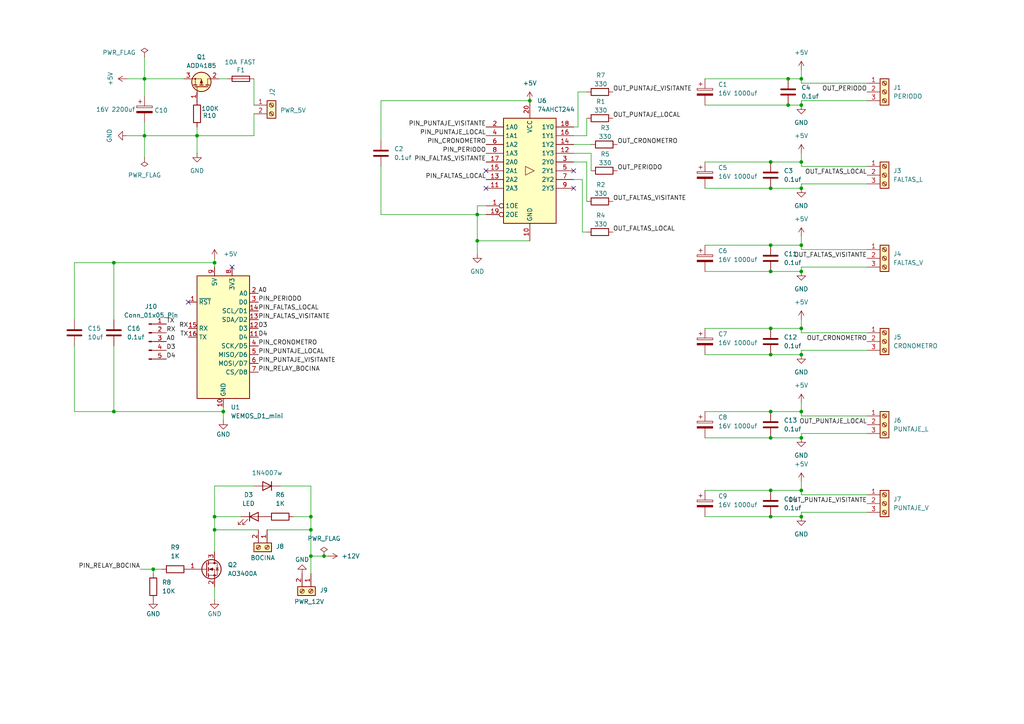
<source format=kicad_sch>
(kicad_sch (version 20250114) (generator "eeschema") (generator_version "9.0")
  (paper "A4")
  (lib_symbols
    (symbol "74xx:74AHCT244"
      (property "Reference" "U" (at -7.62 16.51 0))
      (property "Value" "74AHCT244" (at -7.62 -16.51 0))
      (symbol "74AHCT244_1_0"
        (polyline (pts (xy 1.27 0) (xy -1.27 1.27) (xy -1.27 -1.27) (xy 1.27 0)) (stroke (width 0.1524)))
        (pin input line (at -12.7 12.7 0) (length 5.08) (name "1A0") (number "2"))
        (pin input line (at -12.7 10.16 0) (length 5.08) (name "1A1") (number "4"))
        (pin input line (at -12.7 7.62 0) (length 5.08) (name "1A2") (number "6"))
        (pin input line (at -12.7 5.08 0) (length 5.08) (name "1A3") (number "8"))
        (pin input line (at -12.7 2.54 0) (length 5.08) (name "2A0") (number "17"))
        (pin input line (at -12.7 0 0) (length 5.08) (name "2A1") (number "15"))
        (pin input line (at -12.7 -2.54 0) (length 5.08) (name "2A2") (number "13"))
        (pin input line (at -12.7 -5.08 0) (length 5.08) (name "2A3") (number "11"))
        (pin input inverted (at -12.7 -10.16 0) (length 5.08) (name "1OE") (number "1"))
        (pin input inverted (at -12.7 -12.7 0) (length 5.08) (name "2OE") (number "19"))
        (pin power_in line (at 0 20.32 270) (length 5.08) (name "VCC") (number "20"))
        (pin power_in line (at 0 -20.32 90) (length 5.08) (name "GND") (number "10"))
        (pin tri_state line (at 12.7 12.7 180) (length 5.08) (name "1Y0") (number "18"))
        (pin tri_state line (at 12.7 10.16 180) (length 5.08) (name "1Y1") (number "16"))
        (pin tri_state line (at 12.7 7.62 180) (length 5.08) (name "1Y2") (number "14"))
        (pin tri_state line (at 12.7 5.08 180) (length 5.08) (name "1Y3") (number "12"))
        (pin tri_state line (at 12.7 2.54 180) (length 5.08) (name "2Y0") (number "3"))
        (pin tri_state line (at 12.7 0 180) (length 5.08) (name "2Y1") (number "5"))
        (pin tri_state line (at 12.7 -2.54 180) (length 5.08) (name "2Y2") (number "7"))
        (pin tri_state line (at 12.7 -5.08 180) (length 5.08) (name "2Y3") (number "9"))
      )
      (symbol "74AHCT244_1_1"
        (rectangle (start -7.62 15.24) (end 7.62 -15.24) (stroke (width 0.254)) (fill (type background)))
      )
    )
    (symbol "Connector:Conn_01x05_Pin" (pin_names (offset 1.016) (hide yes))
      (property "Reference" "J" (at 0 7.62 0))
      (property "Value" "Conn_01x05_Pin" (at 0 -7.62 0))
      (symbol "Conn_01x05_Pin_1_1"
        (rectangle (start 0.8636 5.207) (end 0 4.953) (stroke (width 0.1524)) (fill (type outline)))
        (rectangle (start 0.8636 2.667) (end 0 2.413) (stroke (width 0.1524)) (fill (type outline)))
        (rectangle (start 0.8636 0.127) (end 0 -0.127) (stroke (width 0.1524)) (fill (type outline)))
        (rectangle (start 0.8636 -2.413) (end 0 -2.667) (stroke (width 0.1524)) (fill (type outline)))
        (rectangle (start 0.8636 -4.953) (end 0 -5.207) (stroke (width 0.1524)) (fill (type outline)))
        (polyline (pts (xy 1.27 5.08) (xy 0.8636 5.08)) (stroke (width 0.1524)))
        (polyline (pts (xy 1.27 2.54) (xy 0.8636 2.54)) (stroke (width 0.1524)))
        (polyline (pts (xy 1.27 0) (xy 0.8636 0)) (stroke (width 0.1524)))
        (polyline (pts (xy 1.27 -2.54) (xy 0.8636 -2.54)) (stroke (width 0.1524)))
        (polyline (pts (xy 1.27 -5.08) (xy 0.8636 -5.08)) (stroke (width 0.1524)))
        (pin passive line (at 5.08 5.08 180) (length 3.81) (name "Pin_1") (number "1"))
        (pin passive line (at 5.08 2.54 180) (length 3.81) (name "Pin_2") (number "2"))
        (pin passive line (at 5.08 0 180) (length 3.81) (name "Pin_3") (number "3"))
        (pin passive line (at 5.08 -2.54 180) (length 3.81) (name "Pin_4") (number "4"))
        (pin passive line (at 5.08 -5.08 180) (length 3.81) (name "Pin_5") (number "5"))
      )
    )
    (symbol "Connector:Screw_Terminal_01x02" (pin_names (offset 1.016) (hide yes))
      (property "Reference" "J" (at 0 2.54 0))
      (property "Value" "Screw_Terminal_01x02" (at 0 -5.08 0))
      (symbol "Screw_Terminal_01x02_1_1"
        (rectangle (start -1.27 1.27) (end 1.27 -3.81) (stroke (width 0.254)) (fill (type background)))
        (polyline (pts (xy -0.5334 0.3302) (xy 0.3302 -0.508)) (stroke (width 0.1524)))
        (polyline (pts (xy -0.5334 -2.2098) (xy 0.3302 -3.048)) (stroke (width 0.1524)))
        (polyline (pts (xy -0.3556 0.508) (xy 0.508 -0.3302)) (stroke (width 0.1524)))
        (polyline (pts (xy -0.3556 -2.032) (xy 0.508 -2.8702)) (stroke (width 0.1524)))
        (circle (center 0 0) (radius 0.635) (stroke (width 0.1524)))
        (circle (center 0 -2.54) (radius 0.635) (stroke (width 0.1524)))
        (pin passive line (at -5.08 0 0) (length 3.81) (name "Pin_1") (number "1"))
        (pin passive line (at -5.08 -2.54 0) (length 3.81) (name "Pin_2") (number "2"))
      )
    )
    (symbol "Connector:Screw_Terminal_01x03" (pin_names (offset 1.016) (hide yes))
      (property "Reference" "J" (at 0 5.08 0))
      (property "Value" "Screw_Terminal_01x03" (at 0 -5.08 0))
      (symbol "Screw_Terminal_01x03_1_1"
        (rectangle (start -1.27 3.81) (end 1.27 -3.81) (stroke (width 0.254)) (fill (type background)))
        (polyline (pts (xy -0.5334 2.8702) (xy 0.3302 2.032)) (stroke (width 0.1524)))
        (polyline (pts (xy -0.5334 0.3302) (xy 0.3302 -0.508)) (stroke (width 0.1524)))
        (polyline (pts (xy -0.5334 -2.2098) (xy 0.3302 -3.048)) (stroke (width 0.1524)))
        (polyline (pts (xy -0.3556 3.048) (xy 0.508 2.2098)) (stroke (width 0.1524)))
        (polyline (pts (xy -0.3556 0.508) (xy 0.508 -0.3302)) (stroke (width 0.1524)))
        (polyline (pts (xy -0.3556 -2.032) (xy 0.508 -2.8702)) (stroke (width 0.1524)))
        (circle (center 0 2.54) (radius 0.635) (stroke (width 0.1524)))
        (circle (center 0 0) (radius 0.635) (stroke (width 0.1524)))
        (circle (center 0 -2.54) (radius 0.635) (stroke (width 0.1524)))
        (pin passive line (at -5.08 2.54 0) (length 3.81) (name "Pin_1") (number "1"))
        (pin passive line (at -5.08 0 0) (length 3.81) (name "Pin_2") (number "2"))
        (pin passive line (at -5.08 -2.54 0) (length 3.81) (name "Pin_3") (number "3"))
      )
    )
    (symbol "Device:C_Polarized" (pin_numbers (hide yes)) (pin_names (offset 0.254))
      (property "Reference" "C" (at 0.635 2.54 0))
      (property "Value" "C_Polarized" (at 0.635 -2.54 0))
      (symbol "C_Polarized_0_1"
        (rectangle (start -2.286 0.508) (end 2.286 1.016))
        (polyline (pts (xy -1.778 2.286) (xy -0.762 2.286)))
        (polyline (pts (xy -1.27 2.794) (xy -1.27 1.778)))
        (rectangle (start 2.286 -0.508) (end -2.286 -1.016) (fill (type outline)))
      )
      (symbol "C_Polarized_1_1"
        (pin passive line (at 0 3.81 270) (length 2.794) (name "~") (number "1"))
        (pin passive line (at 0 -3.81 90) (length 2.794) (name "~") (number "2"))
      )
    )
    (symbol "Device:Fuse" (pin_numbers (hide yes)) (pin_names (offset 0))
      (property "Reference" "F" (at 2.032 0 90))
      (property "Value" "Fuse" (at -1.905 0 90))
      (symbol "Fuse_0_1"
        (rectangle (start -0.762 -2.54) (end 0.762 2.54) (stroke (width 0.254)))
        (polyline (pts (xy 0 2.54) (xy 0 -2.54)))
      )
      (symbol "Fuse_1_1"
        (pin passive line (at 0 3.81 270) (length 1.27) (name "~") (number "1"))
        (pin passive line (at 0 -3.81 90) (length 1.27) (name "~") (number "2"))
      )
    )
    (symbol "Device:LED" (pin_numbers (hide yes)) (pin_names (offset 1.016) (hide yes))
      (property "Reference" "D" (at 0 2.54 0))
      (property "Value" "LED" (at 0 -2.54 0))
      (symbol "LED_0_1"
        (polyline (pts (xy -3.048 -0.762) (xy -4.572 -2.286) (xy -3.81 -2.286) (xy -4.572 -2.286) (xy -4.572 -1.524)))
        (polyline (pts (xy -1.778 -0.762) (xy -3.302 -2.286) (xy -2.54 -2.286) (xy -3.302 -2.286) (xy -3.302 -1.524)))
        (polyline (pts (xy -1.27 0) (xy 1.27 0)))
        (polyline (pts (xy -1.27 -1.27) (xy -1.27 1.27)) (stroke (width 0.254)))
        (polyline (pts (xy 1.27 -1.27) (xy 1.27 1.27) (xy -1.27 0) (xy 1.27 -1.27)) (stroke (width 0.254)))
      )
      (symbol "LED_1_1"
        (pin passive line (at -3.81 0 0) (length 2.54) (name "K") (number "1"))
        (pin passive line (at 3.81 0 180) (length 2.54) (name "A") (number "2"))
      )
    )
    (symbol "Device:R" (pin_numbers (hide yes)) (pin_names (offset 0))
      (property "Reference" "R" (at 2.032 0 90))
      (property "Value" "R" (at 0 0 90))
      (symbol "R_0_1"
        (rectangle (start -1.016 -2.54) (end 1.016 2.54) (stroke (width 0.254)))
      )
      (symbol "R_1_1"
        (pin passive line (at 0 3.81 270) (length 1.27) (name "~") (number "1"))
        (pin passive line (at 0 -3.81 90) (length 1.27) (name "~") (number "2"))
      )
    )
    (symbol "Diode:1N4007" (pin_numbers (hide yes)) (pin_names (hide yes))
      (property "Reference" "D" (at 0 2.54 0))
      (property "Value" "1N4007" (at 0 -2.54 0))
      (symbol "1N4007_0_1"
        (polyline (pts (xy -1.27 1.27) (xy -1.27 -1.27)) (stroke (width 0.254)))
        (polyline (pts (xy 1.27 1.27) (xy 1.27 -1.27) (xy -1.27 0) (xy 1.27 1.27)) (stroke (width 0.254)))
        (polyline (pts (xy 1.27 0) (xy -1.27 0)))
      )
      (symbol "1N4007_1_1"
        (pin passive line (at -3.81 0 0) (length 2.54) (name "K") (number "1"))
        (pin passive line (at 3.81 0 180) (length 2.54) (name "A") (number "2"))
      )
    )
    (symbol "PCM_Capacitor_AKL:C_0805" (pin_numbers (hide yes)) (pin_names (offset 0.254))
      (property "Reference" "C" (at 0.635 2.54 0))
      (property "Value" "C_0805" (at 0.635 -2.54 0))
      (symbol "C_0805_0_1"
        (polyline (pts (xy -2.032 0.762) (xy 2.032 0.762)) (stroke (width 0.508)))
        (polyline (pts (xy -2.032 -0.762) (xy 2.032 -0.762)) (stroke (width 0.508)))
      )
      (symbol "C_0805_0_2"
        (polyline (pts (xy -2.54 -2.54) (xy -0.381 -0.381)))
        (polyline (pts (xy -0.508 -0.508) (xy -1.651 0.635)) (stroke (width 0.508)))
        (polyline (pts (xy -0.508 -0.508) (xy 0.635 -1.651)) (stroke (width 0.508)))
        (polyline (pts (xy 0.381 0.381) (xy 2.54 2.54)))
        (polyline (pts (xy 0.508 0.508) (xy -0.635 1.651)) (stroke (width 0.508)))
        (polyline (pts (xy 0.508 0.508) (xy 1.651 -0.635)) (stroke (width 0.508)))
      )
      (symbol "C_0805_1_1"
        (pin passive line (at 0 3.81 270) (length 2.794) (name "~") (number "1"))
        (pin passive line (at 0 -3.81 90) (length 2.794) (name "~") (number "2"))
      )
      (symbol "C_0805_1_2"
        (pin passive line (at -2.54 -2.54 90) (length 0) (name "~") (number "2"))
        (pin passive line (at 2.54 2.54 270) (length 0) (name "~") (number "1"))
      )
    )
    (symbol "PCM_Transistor_MOSFET_AKL:AOD4185" (pin_names (hide yes))
      (property "Reference" "Q" (at 5.08 1.27 0))
      (property "Value" "AOD4185" (at 5.08 -1.27 0))
      (symbol "AOD4185_0_1"
        (polyline (pts (xy 0.254 1.27) (xy -2.54 1.27)))
        (polyline (pts (xy 0.254 -1.905) (xy 0.254 1.905)) (stroke (width 0.254)))
        (polyline (pts (xy 0.762 1.778) (xy 2.54 1.778)))
        (polyline (pts (xy 0.762 1.27) (xy 0.762 2.286)) (stroke (width 0.254)))
        (polyline (pts (xy 0.762 -0.508) (xy 0.762 0.508)) (stroke (width 0.254)))
        (polyline (pts (xy 0.762 -1.778) (xy 2.54 -1.778)))
        (polyline (pts (xy 0.762 -2.286) (xy 0.762 -1.27)) (stroke (width 0.254)))
        (polyline (pts (xy 2.286 0) (xy 1.27 -0.381) (xy 1.27 0.381) (xy 2.286 0)) (fill (type outline)))
        (polyline (pts (xy 2.54 2.54) (xy 2.54 0) (xy 0.762 0)))
        (polyline (pts (xy 2.54 -2.54) (xy 2.54 -1.778)))
      )
      (symbol "AOD4185_1_1"
        (circle (center 1.651 0) (radius 2.794) (stroke (width 0.254)) (fill (type background)))
        (circle (center 2.54 1.778) (radius 0.1778) (fill (type outline)))
        (pin input line (at -3.81 1.27 0) (length 2.54) (name "G") (number "1"))
        (pin passive line (at 2.54 5.08 270) (length 2.54) (name "S") (number "3"))
        (pin passive line (at 2.54 -5.08 90) (length 2.54) (name "D") (number "2"))
      )
    )
    (symbol "RF_Module:WEMOS_D1_mini"
      (property "Reference" "U" (at 3.81 19.05 0))
      (property "Value" "WEMOS_D1_mini" (at 1.27 -19.05 0))
      (symbol "WEMOS_D1_mini_1_1"
        (rectangle (start -7.62 17.78) (end 7.62 -17.78) (stroke (width 0.254)) (fill (type background)))
        (pin input line (at -10.16 10.16 0) (length 2.54) (name "~{RST}") (number "1"))
        (pin input line (at -10.16 2.54 0) (length 2.54) (name "RX") (number "15"))
        (pin output line (at -10.16 0 0) (length 2.54) (name "TX") (number "16"))
        (pin power_in line (at -2.54 20.32 270) (length 2.54) (name "5V") (number "9"))
        (pin power_in line (at 0 -20.32 90) (length 2.54) (name "GND") (number "10"))
        (pin power_out line (at 2.54 20.32 270) (length 2.54) (name "3V3") (number "8"))
        (pin input line (at 10.16 12.7 180) (length 2.54) (name "A0") (number "2"))
        (pin bidirectional line (at 10.16 10.16 180) (length 2.54) (name "D0") (number "3"))
        (pin bidirectional line (at 10.16 7.62 180) (length 2.54) (name "SCL/D1") (number "14"))
        (pin bidirectional line (at 10.16 5.08 180) (length 2.54) (name "SDA/D2") (number "13"))
        (pin bidirectional line (at 10.16 2.54 180) (length 2.54) (name "D3") (number "12"))
        (pin bidirectional line (at 10.16 0 180) (length 2.54) (name "D4") (number "11"))
        (pin bidirectional line (at 10.16 -2.54 180) (length 2.54) (name "SCK/D5") (number "4"))
        (pin bidirectional line (at 10.16 -5.08 180) (length 2.54) (name "MISO/D6") (number "5"))
        (pin bidirectional line (at 10.16 -7.62 180) (length 2.54) (name "MOSI/D7") (number "6"))
        (pin bidirectional line (at 10.16 -10.16 180) (length 2.54) (name "CS/D8") (number "7"))
      )
    )
    (symbol "Transistor_FET:AO3400A" (pin_names (offset 0) (hide yes))
      (property "Reference" "Q" (at 5.08 1.905 0))
      (property "Value" "AO3400A" (at 5.08 0 0))
      (symbol "AO3400A_0_1"
        (polyline (pts (xy 0.254 1.905) (xy 0.254 -1.905)) (stroke (width 0.254)))
        (polyline (pts (xy 0.254 0) (xy -2.54 0)))
        (polyline (pts (xy 0.762 2.286) (xy 0.762 1.27)) (stroke (width 0.254)))
        (polyline (pts (xy 0.762 0.508) (xy 0.762 -0.508)) (stroke (width 0.254)))
        (polyline (pts (xy 0.762 -1.27) (xy 0.762 -2.286)) (stroke (width 0.254)))
        (polyline (pts (xy 0.762 -1.778) (xy 3.302 -1.778) (xy 3.302 1.778) (xy 0.762 1.778)))
        (polyline (pts (xy 1.016 0) (xy 2.032 0.381) (xy 2.032 -0.381) (xy 1.016 0)) (fill (type outline)))
        (circle (center 1.651 0) (radius 2.794) (stroke (width 0.254)))
        (polyline (pts (xy 2.54 2.54) (xy 2.54 1.778)))
        (circle (center 2.54 1.778) (radius 0.254) (fill (type outline)))
        (circle (center 2.54 -1.778) (radius 0.254) (fill (type outline)))
        (polyline (pts (xy 2.54 -2.54) (xy 2.54 0) (xy 0.762 0)))
        (polyline (pts (xy 2.921 0.381) (xy 3.683 0.381)))
        (polyline (pts (xy 3.302 0.381) (xy 2.921 -0.254) (xy 3.683 -0.254) (xy 3.302 0.381)))
      )
      (symbol "AO3400A_1_1"
        (pin input line (at -5.08 0 0) (length 2.54) (name "G") (number "1"))
        (pin passive line (at 2.54 5.08 270) (length 2.54) (name "D") (number "3"))
        (pin passive line (at 2.54 -5.08 90) (length 2.54) (name "S") (number "2"))
      )
    )
    (symbol "power:+12V" (power) (pin_numbers (hide yes)) (pin_names (offset 0) (hide yes))
      (property "Value" "+12V" (at 0 3.556 0))
      (symbol "+12V_0_1"
        (polyline (pts (xy -0.762 1.27) (xy 0 2.54)))
        (polyline (pts (xy 0 2.54) (xy 0.762 1.27)))
        (polyline (pts (xy 0 0) (xy 0 2.54)))
      )
      (symbol "+12V_1_1"
        (pin power_in line (at 0 0 90) (length 0) (name "~") (number "1"))
      )
    )
    (symbol "power:+5V" (power) (pin_numbers (hide yes)) (pin_names (offset 0) (hide yes))
      (property "Value" "+5V" (at 0 3.556 0))
      (symbol "+5V_0_1"
        (polyline (pts (xy -0.762 1.27) (xy 0 2.54)))
        (polyline (pts (xy 0 2.54) (xy 0.762 1.27)))
        (polyline (pts (xy 0 0) (xy 0 2.54)))
      )
      (symbol "+5V_1_1"
        (pin power_in line (at 0 0 90) (length 0) (name "~") (number "1"))
      )
    )
    (symbol "power:GND" (power) (pin_numbers (hide yes)) (pin_names (offset 0) (hide yes))
      (property "Value" "GND" (at 0 -3.81 0))
      (symbol "GND_0_1"
        (polyline (pts (xy 0 0) (xy 0 -1.27) (xy 1.27 -1.27) (xy 0 -2.54) (xy -1.27 -1.27) (xy 0 -1.27)))
      )
      (symbol "GND_1_1"
        (pin power_in line (at 0 0 270) (length 0) (name "~") (number "1"))
      )
    )
    (symbol "power:PWR_FLAG" (power) (pin_numbers (hide yes)) (pin_names (offset 0) (hide yes))
      (property "Value" "PWR_FLAG" (at 0 3.81 0))
      (symbol "PWR_FLAG_0_0"
        (pin power_out line (at 0 0 90) (length 0) (name "~") (number "1"))
      )
      (symbol "PWR_FLAG_0_1"
        (polyline (pts (xy 0 0) (xy 0 1.27) (xy -1.016 1.905) (xy 0 2.54) (xy 1.016 1.905) (xy 0 1.27)))
      )
    )
  )
  (junction (at 223.52 54.61))
  (junction (at 90.17 161.29))
  (junction (at 41.91 22.86))
  (junction (at 90.17 153.67))
  (junction (at 223.52 142.24))
  (junction (at 223.52 149.86))
  (junction (at 41.91 39.37))
  (junction (at 223.52 78.74))
  (junction (at 232.41 102.87))
  (junction (at 232.41 119.38))
  (junction (at 223.52 46.99))
  (junction (at 232.41 149.86))
  (junction (at 64.77 119.38))
  (junction (at 90.17 149.86))
  (junction (at 223.52 127))
  (junction (at 33.02 119.38))
  (junction (at 138.43 69.85))
  (junction (at 232.41 71.12))
  (junction (at 138.43 62.23))
  (junction (at 232.41 22.86))
  (junction (at 93.98 161.29))
  (junction (at 62.23 76.2))
  (junction (at 153.67 29.21))
  (junction (at 232.41 46.99))
  (junction (at 62.23 149.86))
  (junction (at 223.52 119.38))
  (junction (at 228.6 22.86))
  (junction (at 223.52 95.25))
  (junction (at 232.41 127))
  (junction (at 223.52 71.12))
  (junction (at 33.02 76.2))
  (junction (at 44.45 165.1))
  (junction (at 232.41 142.24))
  (junction (at 232.41 54.61))
  (junction (at 62.23 153.67))
  (junction (at 232.41 30.48))
  (junction (at 232.41 78.74))
  (junction (at 228.6 30.48))
  (junction (at 232.41 95.25))
  (junction (at 57.15 39.37))
  (junction (at 223.52 102.87))
  (no_connect (at 140.97 54.61))
  (no_connect (at 140.97 49.53))
  (no_connect (at 67.31 77.47))
  (no_connect (at 166.37 49.53))
  (no_connect (at 54.61 87.63))
  (no_connect (at 166.37 54.61))
  (wire (pts (xy 62.23 173.99) (xy 62.23 170.18)))
  (wire (pts (xy 41.91 45.72) (xy 41.91 39.37)))
  (wire (pts (xy 167.64 26.67) (xy 170.18 26.67)))
  (wire (pts (xy 21.59 119.38) (xy 33.02 119.38)))
  (wire (pts (xy 204.47 142.24) (xy 223.52 142.24)))
  (wire (pts (xy 166.37 46.99) (xy 170.18 46.99)))
  (wire (pts (xy 170.18 34.29) (xy 170.18 39.37)))
  (wire (pts (xy 204.47 102.87) (xy 223.52 102.87)))
  (wire (pts (xy 21.59 92.71) (xy 21.59 76.2)))
  (wire (pts (xy 232.41 72.39) (xy 232.41 71.12)))
  (wire (pts (xy 204.47 78.74) (xy 223.52 78.74)))
  (wire (pts (xy 251.46 77.47) (xy 232.41 77.47)))
  (wire (pts (xy 85.09 149.86) (xy 90.17 149.86)))
  (wire (pts (xy 90.17 140.97) (xy 90.17 149.86)))
  (wire (pts (xy 232.41 120.65) (xy 232.41 119.38)))
  (wire (pts (xy 232.41 96.52) (xy 232.41 95.25)))
  (wire (pts (xy 251.46 120.65) (xy 232.41 120.65)))
  (wire (pts (xy 41.91 16.51) (xy 41.91 22.86)))
  (wire (pts (xy 166.37 52.07) (xy 168.91 52.07)))
  (wire (pts (xy 110.49 29.21) (xy 153.67 29.21)))
  (wire (pts (xy 73.66 33.02) (xy 73.66 39.37)))
  (wire (pts (xy 90.17 153.67) (xy 90.17 161.29)))
  (wire (pts (xy 90.17 149.86) (xy 90.17 153.67)))
  (wire (pts (xy 170.18 46.99) (xy 170.18 58.42)))
  (wire (pts (xy 81.28 140.97) (xy 90.17 140.97)))
  (wire (pts (xy 232.41 53.34) (xy 232.41 54.61)))
  (wire (pts (xy 62.23 149.86) (xy 62.23 153.67)))
  (wire (pts (xy 204.47 95.25) (xy 223.52 95.25)))
  (wire (pts (xy 166.37 44.45) (xy 171.45 44.45)))
  (wire (pts (xy 232.41 148.59) (xy 232.41 149.86)))
  (wire (pts (xy 223.52 149.86) (xy 232.41 149.86)))
  (wire (pts (xy 36.83 22.86) (xy 41.91 22.86)))
  (wire (pts (xy 21.59 76.2) (xy 33.02 76.2)))
  (wire (pts (xy 57.15 39.37) (xy 57.15 36.83)))
  (wire (pts (xy 53.34 22.86) (xy 41.91 22.86)))
  (wire (pts (xy 62.23 76.2) (xy 62.23 77.47)))
  (wire (pts (xy 44.45 165.1) (xy 46.99 165.1)))
  (wire (pts (xy 223.52 119.38) (xy 232.41 119.38)))
  (wire (pts (xy 41.91 39.37) (xy 57.15 39.37)))
  (wire (pts (xy 232.41 29.21) (xy 232.41 30.48)))
  (wire (pts (xy 138.43 59.69) (xy 138.43 62.23)))
  (wire (pts (xy 168.91 67.31) (xy 170.18 67.31)))
  (wire (pts (xy 135.89 -13.97) (xy 139.7 -13.97)))
  (wire (pts (xy 232.41 116.84) (xy 232.41 119.38)))
  (wire (pts (xy 138.43 62.23) (xy 138.43 69.85)))
  (wire (pts (xy 251.46 101.6) (xy 232.41 101.6)))
  (wire (pts (xy 90.17 161.29) (xy 90.17 166.37)))
  (wire (pts (xy 251.46 72.39) (xy 232.41 72.39)))
  (wire (pts (xy 223.52 46.99) (xy 232.41 46.99)))
  (wire (pts (xy 232.41 101.6) (xy 232.41 102.87)))
  (wire (pts (xy 44.45 166.37) (xy 44.45 165.1)))
  (wire (pts (xy 168.91 52.07) (xy 168.91 67.31)))
  (wire (pts (xy 33.02 100.33) (xy 33.02 119.38)))
  (wire (pts (xy 232.41 44.45) (xy 232.41 46.99)))
  (wire (pts (xy 204.47 71.12) (xy 223.52 71.12)))
  (wire (pts (xy 138.43 69.85) (xy 153.67 69.85)))
  (wire (pts (xy 40.64 165.1) (xy 44.45 165.1)))
  (wire (pts (xy 62.23 74.93) (xy 62.23 76.2)))
  (wire (pts (xy 57.15 44.45) (xy 57.15 39.37)))
  (wire (pts (xy 251.46 53.34) (xy 232.41 53.34)))
  (wire (pts (xy 228.6 22.86) (xy 232.41 22.86)))
  (wire (pts (xy 77.47 153.67) (xy 90.17 153.67)))
  (wire (pts (xy 204.47 119.38) (xy 223.52 119.38)))
  (wire (pts (xy 251.46 96.52) (xy 232.41 96.52)))
  (wire (pts (xy 64.77 121.92) (xy 64.77 119.38)))
  (wire (pts (xy 170.18 39.37) (xy 166.37 39.37)))
  (wire (pts (xy 232.41 24.13) (xy 232.41 22.86)))
  (wire (pts (xy 232.41 68.58) (xy 232.41 71.12)))
  (wire (pts (xy 74.93 153.67) (xy 62.23 153.67)))
  (wire (pts (xy 110.49 62.23) (xy 138.43 62.23)))
  (wire (pts (xy 204.47 22.86) (xy 228.6 22.86)))
  (wire (pts (xy 223.52 127) (xy 232.41 127)))
  (wire (pts (xy 73.66 140.97) (xy 62.23 140.97)))
  (wire (pts (xy 93.98 161.29) (xy 95.25 161.29)))
  (wire (pts (xy 204.47 149.86) (xy 223.52 149.86)))
  (wire (pts (xy 232.41 143.51) (xy 232.41 142.24)))
  (wire (pts (xy 62.23 153.67) (xy 62.23 160.02)))
  (wire (pts (xy 251.46 29.21) (xy 232.41 29.21)))
  (wire (pts (xy 251.46 143.51) (xy 232.41 143.51)))
  (wire (pts (xy 33.02 119.38) (xy 64.77 119.38)))
  (wire (pts (xy 64.77 119.38) (xy 64.77 118.11)))
  (wire (pts (xy 167.64 36.83) (xy 166.37 36.83)))
  (wire (pts (xy 73.66 22.86) (xy 73.66 30.48)))
  (wire (pts (xy 232.41 125.73) (xy 232.41 127)))
  (wire (pts (xy 63.5 22.86) (xy 66.04 22.86)))
  (wire (pts (xy 232.41 48.26) (xy 232.41 46.99)))
  (wire (pts (xy 251.46 48.26) (xy 232.41 48.26)))
  (wire (pts (xy 204.47 30.48) (xy 228.6 30.48)))
  (wire (pts (xy 166.37 41.91) (xy 171.45 41.91)))
  (wire (pts (xy 21.59 100.33) (xy 21.59 119.38)))
  (wire (pts (xy 232.41 139.7) (xy 232.41 142.24)))
  (wire (pts (xy 135.89 -24.13) (xy 135.89 -13.97)))
  (wire (pts (xy 228.6 30.48) (xy 232.41 30.48)))
  (wire (pts (xy 138.43 73.66) (xy 138.43 69.85)))
  (wire (pts (xy 223.52 71.12) (xy 232.41 71.12)))
  (wire (pts (xy 41.91 22.86) (xy 41.91 27.94)))
  (wire (pts (xy 73.66 39.37) (xy 57.15 39.37)))
  (wire (pts (xy 33.02 76.2) (xy 33.02 92.71)))
  (wire (pts (xy 110.49 40.64) (xy 110.49 29.21)))
  (wire (pts (xy 223.52 78.74) (xy 232.41 78.74)))
  (wire (pts (xy 232.41 77.47) (xy 232.41 78.74)))
  (wire (pts (xy 140.97 59.69) (xy 138.43 59.69)))
  (wire (pts (xy 251.46 125.73) (xy 232.41 125.73)))
  (wire (pts (xy 171.45 44.45) (xy 171.45 49.53)))
  (wire (pts (xy 223.52 142.24) (xy 232.41 142.24)))
  (wire (pts (xy 41.91 35.56) (xy 41.91 39.37)))
  (wire (pts (xy 62.23 149.86) (xy 69.85 149.86)))
  (wire (pts (xy 167.64 26.67) (xy 167.64 36.83)))
  (wire (pts (xy 33.02 76.2) (xy 62.23 76.2)))
  (wire (pts (xy 223.52 102.87) (xy 232.41 102.87)))
  (wire (pts (xy 110.49 48.26) (xy 110.49 62.23)))
  (wire (pts (xy 204.47 127) (xy 223.52 127)))
  (wire (pts (xy 62.23 140.97) (xy 62.23 149.86)))
  (wire (pts (xy 223.52 95.25) (xy 232.41 95.25)))
  (wire (pts (xy 251.46 24.13) (xy 232.41 24.13)))
  (wire (pts (xy 138.43 62.23) (xy 140.97 62.23)))
  (wire (pts (xy 204.47 54.61) (xy 223.52 54.61)))
  (wire (pts (xy 223.52 54.61) (xy 232.41 54.61)))
  (wire (pts (xy 232.41 92.71) (xy 232.41 95.25)))
  (wire (pts (xy 251.46 148.59) (xy 232.41 148.59)))
  (wire (pts (xy 36.83 39.37) (xy 41.91 39.37)))
  (wire (pts (xy 204.47 46.99) (xy 223.52 46.99)))
  (wire (pts (xy 90.17 161.29) (xy 93.98 161.29)))
  (wire (pts (xy 232.41 20.32) (xy 232.41 22.86)))
  (label "OUT_FALTAS_LOCAL" (at 177.8 67.31 0))
  (label "PIN_PUNTAJE_VISITANTE" (at 140.97 36.83 180))
  (label "PIN_PUNTAJE_LOCAL" (at 140.97 39.37 180))
  (label "PIN_PERIODO" (at 74.93 87.63 0))
  (label "RX" (at 54.61 95.25 180))
  (label "PIN_FALTAS_LOCAL" (at 74.93 90.17 0))
  (label "OUT_CRONOMETRO" (at 251.46 99.06 180))
  (label "OUT_FALTAS_LOCAL" (at 251.46 50.8 180))
  (label "A0" (at 48.26 99.06 0))
  (label "D4" (at 48.26 104.14 0))
  (label "OUT_PUNTAJE_VISITANTE" (at 177.8 26.67 0))
  (label "D3" (at 48.26 101.6 0))
  (label "PIN_PUNTAJE_LOCAL" (at 74.93 102.87 0))
  (label "PIN_CRONOMETRO" (at 140.97 41.91 180))
  (label "D4" (at 74.93 97.79 0))
  (label "OUT_CRONOMETRO" (at 179.07 41.91 0))
  (label "OUT_PERIODO" (at 179.07 49.53 0))
  (label "RX" (at 48.26 96.52 0))
  (label "PIN_PUNTAJE_VISITANTE" (at 74.93 105.41 0))
  (label "PIN_FALTAS_VISITANTE" (at 140.97 46.99 180))
  (label "PIN_RELAY_BOCINA" (at 40.64 165.1 180))
  (label "OUT_PUNTAJE_LOCAL" (at 177.8 34.29 0))
  (label "OUT_PUNTAJE_VISITANTE" (at 251.46 146.05 180))
  (label "OUT_PERIODO" (at 251.46 26.67 180))
  (label "OUT_FALTAS_VISITANTE" (at 251.46 74.93 180))
  (label "PIN_CRONOMETRO" (at 74.93 100.33 0))
  (label "PIN_FALTAS_VISITANTE" (at 74.93 92.71 0))
  (label "TX" (at 48.26 93.98 0))
  (label "A0" (at 74.93 85.09 0))
  (label "PIN_PERIODO" (at 140.97 44.45 180))
  (label "OUT_PUNTAJE_LOCAL" (at 251.46 123.19 180))
  (label "OUT_FALTAS_VISITANTE" (at 177.8 58.42 0))
  (label "TX" (at 54.61 97.79 180))
  (label "PIN_RELAY_BOCINA" (at 74.93 107.95 0))
  (label "D3" (at 74.93 95.25 0))
  (label "PIN_FALTAS_LOCAL" (at 140.97 52.07 180))
  (symbol (lib_id "Device:R") (at 57.15 33.02 180) (unit 1)
    (property "Reference" "R10" (at 62.738 33.528 0) (effects (justify left)))
    (property "Value" "100K" (at 63.5 31.496 0) (effects (justify left)))
    (property "Footprint" "Resistor_SMD:R_1206_3216Metric_Pad1.30x1.75mm_HandSolder" (effects (hide yes)))
    (property "Description" "Resistor" (effects (hide yes)))
  )
  (symbol (lib_id "Connector:Conn_01x05_Pin") (at 43.18 99.06 0) (unit 1)
    (property "Reference" "J10" (at 43.815 88.9 0))
    (property "Value" "Conn_01x05_Pin" (at 43.815 91.44 0))
    (property "Footprint" "Connector_PinHeader_2.54mm:PinHeader_1x05_P2.54mm_Vertical" (effects (hide yes)))
    (property "Description" "Generic connector, single row, 01x05, script generated" (effects (hide yes)))
  )
  (symbol (lib_id "PCM_Capacitor_AKL:C_0805") (at 228.6 26.67 0) (unit 1)
    (property "Reference" "C4" (at 232.41 25.3999 0) (effects (justify left)))
    (property "Value" "0.1uf" (at 232.41 27.9399 0) (effects (justify left)))
    (property "Footprint" "PCM_Capacitor_SMD_AKL:C_0805_2012Metric" (effects (hide yes)))
    (property "Description" "SMD 0805 MLCC capacitor, Alternate KiCad Library" (effects (hide yes)))
  )
  (symbol (lib_id "power:+5V") (at 36.83 22.86 90) (unit 1)
    (property "Reference" "#PWR05" (effects (hide yes)))
    (property "Value" "+5V" (at 32.004 22.86 0))
    (property "Description" "Power symbol creates a global label with name \"+5V\"" (effects (hide yes)))
  )
  (symbol (lib_id "Device:C_Polarized") (at 204.47 74.93 0) (unit 1)
    (property "Reference" "C6" (at 208.28 72.7709 0) (effects (justify left)))
    (property "Value" "16V 1000uf" (at 208.28 75.3109 0) (effects (justify left)))
    (property "Footprint" "Capacitor_THT:CP_Radial_D10.0mm_P5.00mm" (effects (hide yes)))
    (property "Description" "Polarized capacitor" (effects (hide yes)))
  )
  (symbol (lib_id "PCM_Transistor_MOSFET_AKL:AOD4185") (at 58.42 25.4 90) (unit 1)
    (property "Reference" "Q1" (at 58.42 16.51 90))
    (property "Value" "AOD4185" (at 58.42 19.05 90))
    (property "Footprint" "PCM_Package_TO_SOT_SMD_AKL:TO-252-2" (effects (hide yes)))
    (property "Datasheet" "https://www.tme.eu/Document/66f494f6438834b8b6a04efb6919c94b/AOD4185-DTE.pdf" (effects (hide yes)))
    (property "Description" "TO-252 P-MOSFET enchancement mode transistor, 40V, 40A, 62.5W, Alternate KiCAD Library" (effects (hide yes)))
  )
  (symbol (lib_id "Device:LED") (at 73.66 149.86 0) (unit 1)
    (property "Reference" "D3" (at 72.0725 143.51 0))
    (property "Value" "LED" (at 72.0725 146.05 0))
    (property "Footprint" "LED_SMD:LED_0805_2012Metric_Pad1.15x1.40mm_HandSolder" (effects (hide yes)))
    (property "Description" "Light emitting diode" (effects (hide yes)))
    (property "Sim.Pins" "1=K 2=A" (effects (hide yes)))
  )
  (symbol (lib_id "Connector:Screw_Terminal_01x02") (at 90.17 171.45 270) (unit 1)
    (property "Reference" "J9" (at 92.71 171.196 90) (effects (justify left)))
    (property "Value" "PWR_12V" (at 85.344 174.498 90) (effects (justify left)))
    (property "Footprint" "TerminalBlock:TerminalBlock_Altech_AK300-2_P5.00mm" (effects (hide yes)))
    (property "Description" "Generic screw terminal, single row, 01x02, script generated (kicad-library-utils/schlib/autogen/connector/)" (effects (hide yes)))
  )
  (symbol (lib_id "power:GND") (at 64.77 121.92 0) (unit 1)
    (property "Reference" "#PWR010" (effects (hide yes)))
    (property "Value" "GND" (at 62.738 125.984 0) (effects (justify left)))
    (property "Description" "Power symbol creates a global label with name \"GND\" , ground" (effects (hide yes)))
  )
  (symbol (lib_id "PCM_Capacitor_AKL:C_0805") (at 223.52 50.8 0) (unit 1)
    (property "Reference" "C3" (at 227.33 49.5299 0) (effects (justify left)))
    (property "Value" "0.1uf" (at 227.33 52.0699 0) (effects (justify left)))
    (property "Footprint" "PCM_Capacitor_SMD_AKL:C_0805_2012Metric" (effects (hide yes)))
    (property "Description" "SMD 0805 MLCC capacitor, Alternate KiCad Library" (effects (hide yes)))
  )
  (symbol (lib_id "power:+5V") (at 232.41 68.58 0) (unit 1)
    (property "Reference" "#PWR013" (effects (hide yes)))
    (property "Value" "+5V" (at 232.41 63.5 0))
    (property "Description" "Power symbol creates a global label with name \"+5V\"" (effects (hide yes)))
  )
  (symbol (lib_id "power:+5V") (at 232.41 139.7 0) (unit 1)
    (property "Reference" "#PWR019" (effects (hide yes)))
    (property "Value" "+5V" (at 232.41 134.62 0))
    (property "Description" "Power symbol creates a global label with name \"+5V\"" (effects (hide yes)))
  )
  (symbol (lib_id "PCM_Capacitor_AKL:C_0805") (at 223.52 74.93 0) (unit 1)
    (property "Reference" "C11" (at 227.33 73.6599 0) (effects (justify left)))
    (property "Value" "0.1uf" (at 227.33 76.1999 0) (effects (justify left)))
    (property "Footprint" "PCM_Capacitor_SMD_AKL:C_0805_2012Metric" (effects (hide yes)))
    (property "Description" "SMD 0805 MLCC capacitor, Alternate KiCad Library" (effects (hide yes)))
  )
  (symbol (lib_id "power:GND") (at 138.43 73.66 0) (unit 1)
    (property "Reference" "#PWR022" (effects (hide yes)))
    (property "Value" "GND" (at 138.43 78.74 0))
    (property "Description" "Power symbol creates a global label with name \"GND\" , ground" (effects (hide yes)))
  )
  (symbol (lib_id "power:+5V") (at 153.67 29.21 0) (unit 1)
    (property "Reference" "#PWR025" (effects (hide yes)))
    (property "Value" "+5V" (at 153.67 24.13 0))
    (property "Description" "Power symbol creates a global label with name \"+5V\"" (effects (hide yes)))
  )
  (symbol (lib_id "power:GND") (at 232.41 30.48 0) (unit 1)
    (property "Reference" "#PWR08" (effects (hide yes)))
    (property "Value" "GND" (at 232.41 35.56 0))
    (property "Description" "Power symbol creates a global label with name \"GND\" , ground" (effects (hide yes)))
  )
  (symbol (lib_id "Diode:1N4007") (at 77.47 140.97 180) (unit 1)
    (property "Reference" "D2" (effects (hide yes)))
    (property "Value" "1N4007w" (at 77.47 137.16 0))
    (property "Footprint" "Diode_SMD:D_SOD-123" (effects (hide yes)))
    (property "Datasheet" "http://www.vishay.com/docs/88503/1n4001.pdf" (effects (hide yes)))
    (property "Description" "1000V 1A General Purpose Rectifier Diode, DO-41" (effects (hide yes)))
    (property "Sim.Device" "D" (effects (hide yes)))
    (property "Sim.Pins" "1=K 2=A" (effects (hide yes)))
  )
  (symbol (lib_id "Device:Fuse") (at 69.85 22.86 90) (unit 1)
    (property "Reference" "F1" (at 71.12 20.32 90) (effects (justify left)))
    (property "Value" "10A FAST" (at 74.168 18.034 90) (effects (justify left)))
    (property "Footprint" "Fuse:Fuse_0603_1608Metric_Pad1.05x0.95mm_HandSolder" (effects (hide yes)))
    (property "Description" "Fuse" (effects (hide yes)))
  )
  (symbol (lib_id "Connector:Screw_Terminal_01x03") (at 256.54 26.67 0) (unit 1)
    (property "Reference" "J1" (at 259.08 25.3999 0) (effects (justify left)))
    (property "Value" "PERIODO" (at 259.08 27.9399 0) (effects (justify left)))
    (property "Footprint" "TerminalBlock:TerminalBlock_Altech_AK300-3_P5.00mm" (effects (hide yes)))
    (property "Description" "Generic screw terminal, single row, 01x03, script generated (kicad-library-utils/schlib/autogen/connector/)" (effects (hide yes)))
  )
  (symbol (lib_id "PCM_Capacitor_AKL:C_0805") (at 223.52 99.06 0) (unit 1)
    (property "Reference" "C12" (at 227.33 97.7899 0) (effects (justify left)))
    (property "Value" "0.1uf" (at 227.33 100.3299 0) (effects (justify left)))
    (property "Footprint" "PCM_Capacitor_SMD_AKL:C_0805_2012Metric" (effects (hide yes)))
    (property "Description" "SMD 0805 MLCC capacitor, Alternate KiCad Library" (effects (hide yes)))
  )
  (symbol (lib_id "Device:C_Polarized") (at 204.47 123.19 0) (unit 1)
    (property "Reference" "C8" (at 208.28 121.0309 0) (effects (justify left)))
    (property "Value" "16V 1000uf" (at 208.28 123.5709 0) (effects (justify left)))
    (property "Footprint" "Capacitor_THT:CP_Radial_D10.0mm_P5.00mm" (effects (hide yes)))
    (property "Description" "Polarized capacitor" (effects (hide yes)))
  )
  (symbol (lib_id "Device:R") (at 175.26 49.53 90) (unit 1)
    (property "Reference" "R5" (at 175.514 44.704 90))
    (property "Value" "330" (at 175.514 47.244 90))
    (property "Footprint" "Resistor_SMD:R_1206_3216Metric_Pad1.30x1.75mm_HandSolder" (effects (hide yes)))
    (property "Description" "Resistor" (effects (hide yes)))
  )
  (symbol (lib_id "Device:C_Polarized") (at 204.47 50.8 0) (unit 1)
    (property "Reference" "C5" (at 208.28 48.6409 0) (effects (justify left)))
    (property "Value" "16V 1000uf" (at 208.28 51.1809 0) (effects (justify left)))
    (property "Footprint" "Capacitor_THT:CP_Radial_D10.0mm_P5.00mm" (effects (hide yes)))
    (property "Description" "Polarized capacitor" (effects (hide yes)))
  )
  (symbol (lib_id "power:GND") (at 36.83 39.37 270) (unit 1)
    (property "Reference" "#PWR06" (effects (hide yes)))
    (property "Value" "GND" (at 31.75 39.37 0))
    (property "Description" "Power symbol creates a global label with name \"GND\" , ground" (effects (hide yes)))
  )
  (symbol (lib_id "power:GND") (at 232.41 149.86 0) (unit 1)
    (property "Reference" "#PWR020" (effects (hide yes)))
    (property "Value" "GND" (at 232.41 154.94 0))
    (property "Description" "Power symbol creates a global label with name \"GND\" , ground" (effects (hide yes)))
  )
  (symbol (lib_id "power:+12V") (at 95.25 161.29 270) (unit 1)
    (property "Reference" "#PWR04" (effects (hide yes)))
    (property "Value" "+12V" (at 99.06 161.2899 90) (effects (justify left)))
    (property "Description" "Power symbol creates a global label with name \"+12V\"" (effects (hide yes)))
  )
  (symbol (lib_id "power:GND") (at 232.41 54.61 0) (unit 1)
    (property "Reference" "#PWR012" (effects (hide yes)))
    (property "Value" "GND" (at 232.41 59.69 0))
    (property "Description" "Power symbol creates a global label with name \"GND\" , ground" (effects (hide yes)))
  )
  (symbol (lib_id "Device:R") (at 50.8 165.1 270) (unit 1)
    (property "Reference" "R9" (at 50.8 158.75 90))
    (property "Value" "1K" (at 50.8 161.29 90))
    (property "Footprint" "Resistor_SMD:R_1206_3216Metric_Pad1.30x1.75mm_HandSolder" (effects (hide yes)))
    (property "Description" "Resistor" (effects (hide yes)))
  )
  (symbol (lib_id "Connector:Screw_Terminal_01x02") (at 77.47 158.75 270) (unit 1)
    (property "Reference" "J8" (at 80.01 158.496 90) (effects (justify left)))
    (property "Value" "BOCINA" (at 72.644 161.798 90) (effects (justify left)))
    (property "Footprint" "TerminalBlock:TerminalBlock_Altech_AK300-2_P5.00mm" (effects (hide yes)))
    (property "Description" "Generic screw terminal, single row, 01x02, script generated (kicad-library-utils/schlib/autogen/connector/)" (effects (hide yes)))
  )
  (symbol (lib_id "power:GND") (at 57.15 44.45 0) (unit 1)
    (property "Reference" "#PWR024" (effects (hide yes)))
    (property "Value" "GND" (at 57.15 49.53 0))
    (property "Description" "Power symbol creates a global label with name \"GND\" , ground" (effects (hide yes)))
  )
  (symbol (lib_id "power:+5V") (at 232.41 92.71 0) (unit 1)
    (property "Reference" "#PWR015" (effects (hide yes)))
    (property "Value" "+5V" (at 232.41 87.63 0))
    (property "Description" "Power symbol creates a global label with name \"+5V\"" (effects (hide yes)))
  )
  (symbol (lib_id "Device:R") (at 173.99 58.42 90) (unit 1)
    (property "Reference" "R2" (at 174.244 53.594 90))
    (property "Value" "330" (at 174.244 56.134 90))
    (property "Footprint" "Resistor_SMD:R_1206_3216Metric_Pad1.30x1.75mm_HandSolder" (effects (hide yes)))
    (property "Description" "Resistor" (effects (hide yes)))
  )
  (symbol (lib_id "Device:R") (at 173.99 67.31 90) (unit 1)
    (property "Reference" "R4" (at 174.244 62.484 90))
    (property "Value" "330" (at 174.244 65.024 90))
    (property "Footprint" "Resistor_SMD:R_1206_3216Metric_Pad1.30x1.75mm_HandSolder" (effects (hide yes)))
    (property "Description" "Resistor" (effects (hide yes)))
  )
  (symbol (lib_id "PCM_Capacitor_AKL:C_0805") (at 110.49 44.45 0) (unit 1)
    (property "Reference" "C2" (at 114.3 43.1799 0) (effects (justify left)))
    (property "Value" "0.1uf" (at 114.3 45.7199 0) (effects (justify left)))
    (property "Footprint" "PCM_Capacitor_SMD_AKL:C_0805_2012Metric" (effects (hide yes)))
    (property "Description" "SMD 0805 MLCC capacitor, Alternate KiCad Library" (effects (hide yes)))
  )
  (symbol (lib_id "Device:C_Polarized") (at 204.47 146.05 0) (unit 1)
    (property "Reference" "C9" (at 208.28 143.8909 0) (effects (justify left)))
    (property "Value" "16V 1000uf" (at 208.28 146.4309 0) (effects (justify left)))
    (property "Footprint" "Capacitor_THT:CP_Radial_D10.0mm_P5.00mm" (effects (hide yes)))
    (property "Description" "Polarized capacitor" (effects (hide yes)))
  )
  (symbol (lib_id "Connector:Screw_Terminal_01x03") (at 256.54 74.93 0) (unit 1)
    (property "Reference" "J4" (at 259.08 73.6599 0) (effects (justify left)))
    (property "Value" "FALTAS_V" (at 259.08 76.1999 0) (effects (justify left)))
    (property "Footprint" "TerminalBlock:TerminalBlock_Altech_AK300-3_P5.00mm" (effects (hide yes)))
    (property "Description" "Generic screw terminal, single row, 01x03, script generated (kicad-library-utils/schlib/autogen/connector/)" (effects (hide yes)))
  )
  (symbol (lib_id "RF_Module:WEMOS_D1_mini") (at 64.77 97.79 0) (unit 1)
    (property "Reference" "U1" (at 66.9133 118.11 0) (effects (justify left)))
    (property "Value" "WEMOS_D1_mini" (at 66.9133 120.65 0) (effects (justify left)))
    (property "Footprint" "RF_Module:WEMOS_D1_mini_light" (effects (hide yes)))
    (property "Datasheet" "https://wiki.wemos.cc/products:d1:d1_mini#documentation" (effects (hide yes)))
    (property "Description" "32-bit microcontroller module with WiFi" (effects (hide yes)))
  )
  (symbol (lib_id "power:+5V") (at 232.41 116.84 0) (unit 1)
    (property "Reference" "#PWR017" (effects (hide yes)))
    (property "Value" "+5V" (at 232.41 111.76 0))
    (property "Description" "Power symbol creates a global label with name \"+5V\"" (effects (hide yes)))
  )
  (symbol (lib_id "PCM_Capacitor_AKL:C_0805") (at 223.52 146.05 0) (unit 1)
    (property "Reference" "C14" (at 227.33 144.7799 0) (effects (justify left)))
    (property "Value" "0.1uf" (at 227.33 147.3199 0) (effects (justify left)))
    (property "Footprint" "PCM_Capacitor_SMD_AKL:C_0805_2012Metric" (effects (hide yes)))
    (property "Description" "SMD 0805 MLCC capacitor, Alternate KiCad Library" (effects (hide yes)))
  )
  (symbol (lib_id "PCM_Capacitor_AKL:C_0805") (at 223.52 123.19 0) (unit 1)
    (property "Reference" "C13" (at 227.33 121.9199 0) (effects (justify left)))
    (property "Value" "0.1uf" (at 227.33 124.4599 0) (effects (justify left)))
    (property "Footprint" "PCM_Capacitor_SMD_AKL:C_0805_2012Metric" (effects (hide yes)))
    (property "Description" "SMD 0805 MLCC capacitor, Alternate KiCad Library" (effects (hide yes)))
  )
  (symbol (lib_id "Device:C_Polarized") (at 204.47 99.06 0) (unit 1)
    (property "Reference" "C7" (at 208.28 96.9009 0) (effects (justify left)))
    (property "Value" "16V 1000uf" (at 208.28 99.4409 0) (effects (justify left)))
    (property "Footprint" "Capacitor_THT:CP_Radial_D10.0mm_P5.00mm" (effects (hide yes)))
    (property "Description" "Polarized capacitor" (effects (hide yes)))
  )
  (symbol (lib_id "power:GND") (at 87.63 166.37 180) (unit 1)
    (property "Reference" "#PWR01" (effects (hide yes)))
    (property "Value" "GND" (at 89.662 162.306 0) (effects (justify left)))
    (property "Description" "Power symbol creates a global label with name \"GND\" , ground" (effects (hide yes)))
  )
  (symbol (lib_id "power:PWR_FLAG") (at 41.91 45.72 180) (unit 1)
    (property "Reference" "#FLG01" (effects (hide yes)))
    (property "Value" "PWR_FLAG" (at 41.91 50.8 0))
    (property "Description" "Special symbol for telling ERC where power comes from" (effects (hide yes)))
  )
  (symbol (lib_id "Device:R") (at 173.99 34.29 90) (unit 1)
    (property "Reference" "R1" (at 174.244 29.464 90))
    (property "Value" "330" (at 174.244 32.004 90))
    (property "Footprint" "Resistor_SMD:R_1206_3216Metric_Pad1.30x1.75mm_HandSolder" (effects (hide yes)))
    (property "Description" "Resistor" (effects (hide yes)))
  )
  (symbol (lib_id "Device:R") (at 175.26 41.91 90) (unit 1)
    (property "Reference" "R3" (at 175.514 37.084 90))
    (property "Value" "330" (at 175.514 39.624 90))
    (property "Footprint" "Resistor_SMD:R_1206_3216Metric_Pad1.30x1.75mm_HandSolder" (effects (hide yes)))
    (property "Description" "Resistor" (effects (hide yes)))
  )
  (symbol (lib_id "power:GND") (at 232.41 102.87 0) (unit 1)
    (property "Reference" "#PWR016" (effects (hide yes)))
    (property "Value" "GND" (at 232.41 107.95 0))
    (property "Description" "Power symbol creates a global label with name \"GND\" , ground" (effects (hide yes)))
  )
  (symbol (lib_id "PCM_Capacitor_AKL:C_0805") (at 33.02 96.52 0) (unit 1)
    (property "Reference" "C16" (at 36.83 95.2499 0) (effects (justify left)))
    (property "Value" "0.1uf" (at 36.83 97.7899 0) (effects (justify left)))
    (property "Footprint" "PCM_Capacitor_SMD_AKL:C_0805_2012Metric" (effects (hide yes)))
    (property "Description" "SMD 0805 MLCC capacitor, Alternate KiCad Library" (effects (hide yes)))
  )
  (symbol (lib_id "74xx:74AHCT244") (at 153.67 49.53 0) (unit 1)
    (property "Reference" "U6" (at 155.8133 29.21 0) (effects (justify left)))
    (property "Value" "74AHCT244" (at 155.8133 31.75 0) (effects (justify left)))
    (property "Footprint" "Package_SO:SO-20_12.8x7.5mm_P1.27mm" (effects (hide yes)))
    (property "Datasheet" "https://assets.nexperia.com/documents/data-sheet/74AHC_AHCT244.pdf" (effects (hide yes)))
    (property "Description" "8-bit Buffer/Line Driver 3-state" (effects (hide yes)))
  )
  (symbol (lib_id "power:PWR_FLAG") (at 41.91 16.51 0) (unit 1)
    (property "Reference" "#FLG02" (effects (hide yes)))
    (property "Value" "PWR_FLAG" (at 39.37 15.2401 0) (effects (justify right)))
    (property "Description" "Special symbol for telling ERC where power comes from" (effects (hide yes)))
  )
  (symbol (lib_id "power:PWR_FLAG") (at 93.98 161.29 0) (unit 1)
    (property "Reference" "#FLG03" (effects (hide yes)))
    (property "Value" "PWR_FLAG" (at 93.98 156.21 0))
    (property "Description" "Special symbol for telling ERC where power comes from" (effects (hide yes)))
  )
  (symbol (lib_id "Device:C_Polarized") (at 204.47 26.67 0) (unit 1)
    (property "Reference" "C1" (at 208.28 24.5109 0) (effects (justify left)))
    (property "Value" "16V 1000uf" (at 208.28 27.0509 0) (effects (justify left)))
    (property "Footprint" "Capacitor_THT:CP_Radial_D10.0mm_P5.00mm" (effects (hide yes)))
    (property "Description" "Polarized capacitor" (effects (hide yes)))
  )
  (symbol (lib_id "power:+5V") (at 62.23 74.93 0) (unit 1)
    (property "Reference" "#PWR03" (effects (hide yes)))
    (property "Value" "+5V" (at 64.77 73.6599 0) (effects (justify left)))
    (property "Description" "Power symbol creates a global label with name \"+5V\"" (effects (hide yes)))
  )
  (symbol (lib_id "Connector:Screw_Terminal_01x03") (at 256.54 50.8 0) (unit 1)
    (property "Reference" "J3" (at 259.08 49.5299 0) (effects (justify left)))
    (property "Value" "FALTAS_L" (at 259.08 52.0699 0) (effects (justify left)))
    (property "Footprint" "TerminalBlock:TerminalBlock_Altech_AK300-3_P5.00mm" (effects (hide yes)))
    (property "Description" "Generic screw terminal, single row, 01x03, script generated (kicad-library-utils/schlib/autogen/connector/)" (effects (hide yes)))
  )
  (symbol (lib_id "power:GND") (at 232.41 78.74 0) (unit 1)
    (property "Reference" "#PWR014" (effects (hide yes)))
    (property "Value" "GND" (at 232.41 83.82 0))
    (property "Description" "Power symbol creates a global label with name \"GND\" , ground" (effects (hide yes)))
  )
  (symbol (lib_id "Device:R") (at 44.45 170.18 0) (unit 1)
    (property "Reference" "R8" (at 46.99 168.9099 0) (effects (justify left)))
    (property "Value" "10K" (at 46.99 171.4499 0) (effects (justify left)))
    (property "Footprint" "Resistor_SMD:R_1206_3216Metric_Pad1.30x1.75mm_HandSolder" (effects (hide yes)))
    (property "Description" "Resistor" (effects (hide yes)))
  )
  (symbol (lib_id "power:GND") (at 44.45 173.99 0) (unit 1)
    (property "Reference" "#PWR021" (effects (hide yes)))
    (property "Value" "GND" (at 42.418 178.054 0) (effects (justify left)))
    (property "Description" "Power symbol creates a global label with name \"GND\" , ground" (effects (hide yes)))
  )
  (symbol (lib_id "PCM_Capacitor_AKL:C_0805") (at 21.59 96.52 0) (unit 1)
    (property "Reference" "C15" (at 25.4 95.2499 0) (effects (justify left)))
    (property "Value" "10uf" (at 25.4 97.7899 0) (effects (justify left)))
    (property "Footprint" "PCM_Capacitor_SMD_AKL:C_0805_2012Metric" (effects (hide yes)))
    (property "Description" "SMD 0805 MLCC capacitor, Alternate KiCad Library" (effects (hide yes)))
  )
  (symbol (lib_id "Connector:Screw_Terminal_01x03") (at 256.54 146.05 0) (unit 1)
    (property "Reference" "J7" (at 259.08 144.7799 0) (effects (justify left)))
    (property "Value" "PUNTAJE_V" (at 259.08 147.3199 0) (effects (justify left)))
    (property "Footprint" "TerminalBlock:TerminalBlock_Altech_AK300-3_P5.00mm" (effects (hide yes)))
    (property "Description" "Generic screw terminal, single row, 01x03, script generated (kicad-library-utils/schlib/autogen/connector/)" (effects (hide yes)))
  )
  (symbol (lib_id "power:+5V") (at 232.41 20.32 0) (unit 1)
    (property "Reference" "#PWR07" (effects (hide yes)))
    (property "Value" "+5V" (at 232.41 15.24 0))
    (property "Description" "Power symbol creates a global label with name \"+5V\"" (effects (hide yes)))
  )
  (symbol (lib_id "Connector:Screw_Terminal_01x03") (at 256.54 99.06 0) (unit 1)
    (property "Reference" "J5" (at 259.08 97.7899 0) (effects (justify left)))
    (property "Value" "CRONOMETRO" (at 259.08 100.3299 0) (effects (justify left)))
    (property "Footprint" "TerminalBlock:TerminalBlock_Altech_AK300-3_P5.00mm" (effects (hide yes)))
    (property "Description" "Generic screw terminal, single row, 01x03, script generated (kicad-library-utils/schlib/autogen/connector/)" (effects (hide yes)))
  )
  (symbol (lib_id "Device:C_Polarized") (at 41.91 31.75 0) (unit 1)
    (property "Reference" "C10" (at 46.736 32.004 0))
    (property "Value" "16V 2200uf" (at 33.528 31.75 0))
    (property "Footprint" "Capacitor_THT:CP_Radial_D10.0mm_P5.00mm" (effects (hide yes)))
    (property "Description" "Polarized capacitor" (effects (hide yes)))
  )
  (symbol (lib_id "power:GND") (at 232.41 127 0) (unit 1)
    (property "Reference" "#PWR018" (effects (hide yes)))
    (property "Value" "GND" (at 232.41 132.08 0))
    (property "Description" "Power symbol creates a global label with name \"GND\" , ground" (effects (hide yes)))
  )
  (symbol (lib_id "Device:R") (at 81.28 149.86 270) (unit 1)
    (property "Reference" "R6" (at 81.28 143.51 90))
    (property "Value" "1K" (at 81.28 146.05 90))
    (property "Footprint" "Resistor_SMD:R_1206_3216Metric_Pad1.30x1.75mm_HandSolder" (effects (hide yes)))
    (property "Description" "Resistor" (effects (hide yes)))
  )
  (symbol (lib_id "Device:R") (at 173.99 26.67 90) (unit 1)
    (property "Reference" "R7" (at 174.244 21.844 90))
    (property "Value" "330" (at 174.244 24.384 90))
    (property "Footprint" "Resistor_SMD:R_1206_3216Metric_Pad1.30x1.75mm_HandSolder" (effects (hide yes)))
    (property "Description" "Resistor" (effects (hide yes)))
  )
  (symbol (lib_id "Connector:Screw_Terminal_01x02") (at 78.74 30.48 0) (unit 1)
    (property "Reference" "J2" (at 78.994 27.94 90) (effects (justify left)))
    (property "Value" "PWR_5V" (at 81.28 32.004 0) (effects (justify left)))
    (property "Footprint" "TerminalBlock:TerminalBlock_Altech_AK300-2_P5.00mm" (effects (hide yes)))
    (property "Description" "Generic screw terminal, single row, 01x02, script generated (kicad-library-utils/schlib/autogen/connector/)" (effects (hide yes)))
  )
  (symbol (lib_id "Connector:Screw_Terminal_01x03") (at 256.54 123.19 0) (unit 1)
    (property "Reference" "J6" (at 259.08 121.9199 0) (effects (justify left)))
    (property "Value" "PUNTAJE_L" (at 259.08 124.4599 0) (effects (justify left)))
    (property "Footprint" "TerminalBlock:TerminalBlock_Altech_AK300-3_P5.00mm" (effects (hide yes)))
    (property "Description" "Generic screw terminal, single row, 01x03, script generated (kicad-library-utils/schlib/autogen/connector/)" (effects (hide yes)))
  )
  (symbol (lib_id "power:+5V") (at 232.41 44.45 0) (unit 1)
    (property "Reference" "#PWR011" (effects (hide yes)))
    (property "Value" "+5V" (at 232.41 39.37 0))
    (property "Description" "Power symbol creates a global label with name \"+5V\"" (effects (hide yes)))
  )
  (symbol (lib_id "power:GND") (at 62.23 173.99 0) (unit 1)
    (property "Reference" "#PWR023" (effects (hide yes)))
    (property "Value" "GND" (at 60.198 178.054 0) (effects (justify left)))
    (property "Description" "Power symbol creates a global label with name \"GND\" , ground" (effects (hide yes)))
  )
  (symbol (lib_id "Transistor_FET:AO3400A") (at 59.69 165.1 0) (unit 1)
    (property "Reference" "Q2" (at 66.04 163.8299 0) (effects (justify left)))
    (property "Value" "AO3400A" (at 66.04 166.3699 0) (effects (justify left)))
    (property "Footprint" "Package_TO_SOT_SMD:SOT-23" (effects (hide yes)))
    (property "Datasheet" "http://www.aosmd.com/pdfs/datasheet/AO3400A.pdf" (effects (hide yes)))
    (property "Description" "30V Vds, 5.7A Id, N-Channel MOSFET, SOT-23" (effects (hide yes)))
  )
)
</source>
